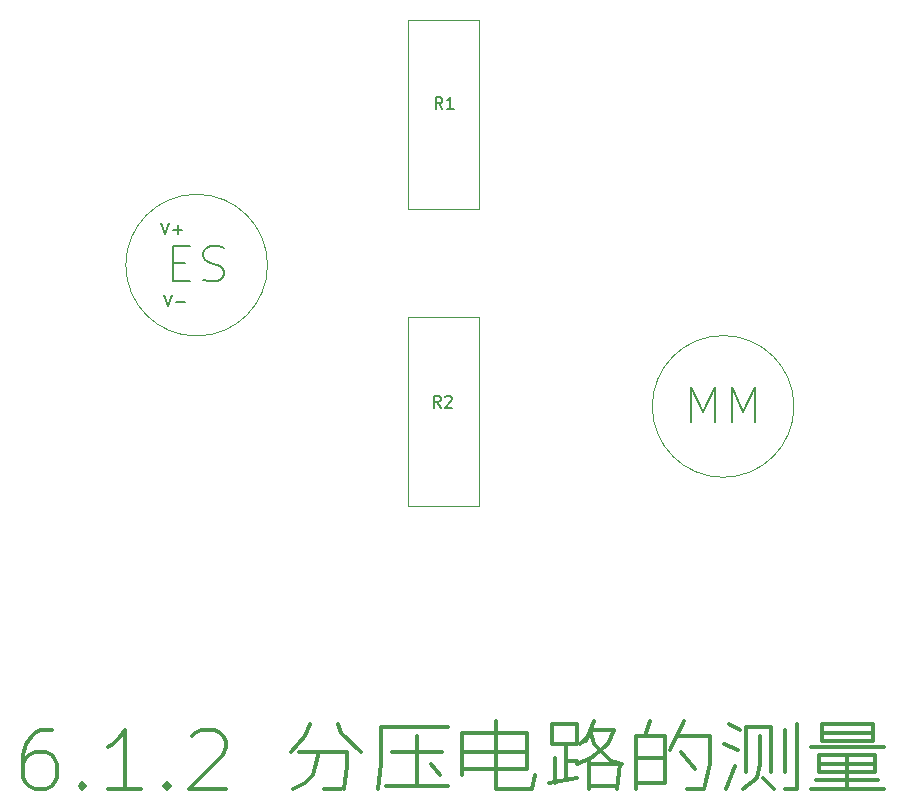
<source format=gbr>
%TF.GenerationSoftware,KiCad,Pcbnew,(6.0.7)*%
%TF.CreationDate,2022-09-05T15:32:18+08:00*%
%TF.ProjectId,6_1_2,365f315f-322e-46b6-9963-61645f706362,rev?*%
%TF.SameCoordinates,Original*%
%TF.FileFunction,Legend,Top*%
%TF.FilePolarity,Positive*%
%FSLAX46Y46*%
G04 Gerber Fmt 4.6, Leading zero omitted, Abs format (unit mm)*
G04 Created by KiCad (PCBNEW (6.0.7)) date 2022-09-05 15:32:18*
%MOMM*%
%LPD*%
G01*
G04 APERTURE LIST*
%ADD10C,0.300000*%
%ADD11C,0.150000*%
%ADD12C,0.120000*%
G04 APERTURE END LIST*
D10*
X37343828Y-97744304D02*
X36391447Y-97744304D01*
X35915257Y-97982400D01*
X35677161Y-98220495D01*
X35200971Y-98934780D01*
X34962876Y-99887161D01*
X34962876Y-101791923D01*
X35200971Y-102268114D01*
X35439066Y-102506209D01*
X35915257Y-102744304D01*
X36867638Y-102744304D01*
X37343828Y-102506209D01*
X37581923Y-102268114D01*
X37820019Y-101791923D01*
X37820019Y-100601447D01*
X37581923Y-100125257D01*
X37343828Y-99887161D01*
X36867638Y-99649066D01*
X35915257Y-99649066D01*
X35439066Y-99887161D01*
X35200971Y-100125257D01*
X34962876Y-100601447D01*
X39962876Y-102268114D02*
X40200971Y-102506209D01*
X39962876Y-102744304D01*
X39724780Y-102506209D01*
X39962876Y-102268114D01*
X39962876Y-102744304D01*
X44962876Y-102744304D02*
X42105733Y-102744304D01*
X43534304Y-102744304D02*
X43534304Y-97744304D01*
X43058114Y-98458590D01*
X42581923Y-98934780D01*
X42105733Y-99172876D01*
X47105733Y-102268114D02*
X47343828Y-102506209D01*
X47105733Y-102744304D01*
X46867638Y-102506209D01*
X47105733Y-102268114D01*
X47105733Y-102744304D01*
X49248590Y-98220495D02*
X49486685Y-97982400D01*
X49962876Y-97744304D01*
X51153352Y-97744304D01*
X51629542Y-97982400D01*
X51867638Y-98220495D01*
X52105733Y-98696685D01*
X52105733Y-99172876D01*
X51867638Y-99887161D01*
X49010495Y-102744304D01*
X52105733Y-102744304D01*
X60439066Y-102744304D02*
X61867638Y-102744304D01*
X58296209Y-99649066D02*
X62343828Y-99649066D01*
X62343828Y-100839542D01*
X62105733Y-102744304D01*
X59248590Y-97268114D02*
X58772400Y-98220495D01*
X57581923Y-99649066D01*
X61629542Y-97268114D02*
X61867638Y-97982400D01*
X63534304Y-99649066D01*
X59962876Y-99649066D02*
X59486685Y-101553828D01*
X58772400Y-102268114D01*
X57820019Y-102744304D01*
X65200971Y-97506209D02*
X70915257Y-97506209D01*
X66153352Y-99649066D02*
X70439066Y-99649066D01*
X65677161Y-102506209D02*
X70915257Y-102506209D01*
X68296209Y-98220495D02*
X68296209Y-102506209D01*
X69486685Y-100601447D02*
X70200971Y-101553828D01*
X65200971Y-97506209D02*
X65200971Y-100601447D01*
X64962876Y-102744304D01*
X72105733Y-99649066D02*
X77581923Y-99649066D01*
X72105733Y-101077638D02*
X77581923Y-101077638D01*
X74962876Y-102744304D02*
X78058114Y-102744304D01*
X72105733Y-97982400D02*
X72105733Y-101553828D01*
X74962876Y-97030019D02*
X74962876Y-102744304D01*
X72105733Y-97982400D02*
X77581923Y-97982400D01*
X77581923Y-101077638D01*
X78296209Y-101553828D02*
X78058114Y-102744304D01*
X79724780Y-98934780D02*
X81867638Y-98934780D01*
X80915257Y-100363352D02*
X81867638Y-100363352D01*
X82820019Y-102506209D02*
X85200971Y-102506209D01*
X79724780Y-97268114D02*
X79724780Y-98934780D01*
X79962876Y-100125257D02*
X79962876Y-102268114D01*
X80915257Y-98934780D02*
X80915257Y-102030019D01*
X79724780Y-97268114D02*
X81867638Y-97268114D01*
X81867638Y-98934780D01*
X82820019Y-100363352D02*
X82820019Y-102744304D01*
X82820019Y-100601447D02*
X85439066Y-100601447D01*
X85200971Y-102744304D01*
X82820019Y-98220495D02*
X82105733Y-98934780D01*
X83058114Y-97982400D02*
X83296209Y-98934780D01*
X84724780Y-100363352D01*
X85677161Y-100601447D01*
X83296209Y-97030019D02*
X82581923Y-98696685D01*
X83058114Y-97744304D02*
X84962876Y-97744304D01*
X84486685Y-98934780D01*
X83058114Y-100125257D01*
X81867638Y-100601447D01*
X81867638Y-101791923D02*
X79486685Y-102268114D01*
X86867638Y-100125257D02*
X89248590Y-100125257D01*
X86867638Y-102268114D02*
X89248590Y-102268114D01*
X91153352Y-102744304D02*
X92581923Y-102744304D01*
X86867638Y-98220495D02*
X86867638Y-102744304D01*
X86867638Y-98220495D02*
X89248590Y-98220495D01*
X89248590Y-102268114D01*
X90677161Y-99649066D02*
X91867638Y-101077638D01*
X88058114Y-97030019D02*
X87581923Y-98220495D01*
X90915257Y-97030019D02*
X89724780Y-99410971D01*
X90439066Y-98220495D02*
X93058114Y-98220495D01*
X93058114Y-100601447D01*
X92581923Y-102744304D01*
X99486685Y-102744304D02*
X100439066Y-102744304D01*
X96153352Y-97506209D02*
X96153352Y-101315733D01*
X96153352Y-97506209D02*
X98296209Y-97506209D01*
X98296209Y-101315733D01*
X99486685Y-97744304D02*
X99486685Y-101315733D01*
X100439066Y-97268114D02*
X100439066Y-102744304D01*
X97581923Y-101791923D02*
X98534304Y-102744304D01*
X97105733Y-101791923D02*
X95915257Y-102744304D01*
X94724780Y-97268114D02*
X95677161Y-97744304D01*
X94248590Y-98934780D02*
X95439066Y-99410971D01*
X95200971Y-100839542D02*
X94486685Y-102744304D01*
X97343828Y-98220495D02*
X97343828Y-100601447D01*
X97105733Y-101791923D01*
X102581923Y-97982400D02*
X106867638Y-97982400D01*
X102581923Y-98696685D02*
X106867638Y-98696685D01*
X101629542Y-99172876D02*
X107820019Y-99172876D01*
X102343828Y-100601447D02*
X107105733Y-100601447D01*
X102343828Y-101315733D02*
X107105733Y-101315733D01*
X102105733Y-102030019D02*
X107343828Y-102030019D01*
X101629542Y-102744304D02*
X107820019Y-102744304D01*
X102343828Y-99887161D02*
X102343828Y-101315733D01*
X102581923Y-97268114D02*
X102581923Y-98696685D01*
X104724780Y-99887161D02*
X104724780Y-102744304D01*
X102581923Y-97268114D02*
X106867638Y-97268114D01*
X106867638Y-98696685D01*
X102343828Y-99887161D02*
X107105733Y-99887161D01*
X107105733Y-101315733D01*
D11*
%TO.C,MM*%
X91494314Y-71715142D02*
X91494314Y-68715142D01*
X92494314Y-70858000D01*
X93494314Y-68715142D01*
X93494314Y-71715142D01*
X94922885Y-71715142D02*
X94922885Y-68715142D01*
X95922885Y-70858000D01*
X96922885Y-68715142D01*
X96922885Y-71715142D01*
%TO.C,R2*%
X70292933Y-70454780D02*
X69959600Y-69978590D01*
X69721504Y-70454780D02*
X69721504Y-69454780D01*
X70102457Y-69454780D01*
X70197695Y-69502400D01*
X70245314Y-69550019D01*
X70292933Y-69645257D01*
X70292933Y-69788114D01*
X70245314Y-69883352D01*
X70197695Y-69930971D01*
X70102457Y-69978590D01*
X69721504Y-69978590D01*
X70673885Y-69550019D02*
X70721504Y-69502400D01*
X70816742Y-69454780D01*
X71054838Y-69454780D01*
X71150076Y-69502400D01*
X71197695Y-69550019D01*
X71245314Y-69645257D01*
X71245314Y-69740495D01*
X71197695Y-69883352D01*
X70626266Y-70454780D01*
X71245314Y-70454780D01*
%TO.C,ES*%
X47636371Y-58205714D02*
X48636371Y-58205714D01*
X49064942Y-59777142D02*
X47636371Y-59777142D01*
X47636371Y-56777142D01*
X49064942Y-56777142D01*
X50207800Y-59634285D02*
X50636371Y-59777142D01*
X51350657Y-59777142D01*
X51636371Y-59634285D01*
X51779228Y-59491428D01*
X51922085Y-59205714D01*
X51922085Y-58920000D01*
X51779228Y-58634285D01*
X51636371Y-58491428D01*
X51350657Y-58348571D01*
X50779228Y-58205714D01*
X50493514Y-58062857D01*
X50350657Y-57920000D01*
X50207800Y-57634285D01*
X50207800Y-57348571D01*
X50350657Y-57062857D01*
X50493514Y-56920000D01*
X50779228Y-56777142D01*
X51493514Y-56777142D01*
X51922085Y-56920000D01*
X46901219Y-60894980D02*
X47234552Y-61894980D01*
X47567885Y-60894980D01*
X47901219Y-61514028D02*
X48663123Y-61514028D01*
X46647219Y-54798980D02*
X46980552Y-55798980D01*
X47313885Y-54798980D01*
X47647219Y-55418028D02*
X48409123Y-55418028D01*
X48028171Y-55798980D02*
X48028171Y-55037076D01*
%TO.C,R1*%
X70445333Y-45156380D02*
X70112000Y-44680190D01*
X69873904Y-45156380D02*
X69873904Y-44156380D01*
X70254857Y-44156380D01*
X70350095Y-44204000D01*
X70397714Y-44251619D01*
X70445333Y-44346857D01*
X70445333Y-44489714D01*
X70397714Y-44584952D01*
X70350095Y-44632571D01*
X70254857Y-44680190D01*
X69873904Y-44680190D01*
X71397714Y-45156380D02*
X70826285Y-45156380D01*
X71112000Y-45156380D02*
X71112000Y-44156380D01*
X71016761Y-44299238D01*
X70921523Y-44394476D01*
X70826285Y-44442095D01*
D12*
%TO.C,MM*%
X100208600Y-70358000D02*
G75*
G03*
X100208600Y-70358000I-6000000J0D01*
G01*
%TO.C,R2*%
X73510400Y-62815200D02*
X67510400Y-62815200D01*
X67510400Y-62815200D02*
X67510400Y-78815200D01*
X67510400Y-78815200D02*
X73510400Y-78815200D01*
X73510400Y-78815200D02*
X73510400Y-62815200D01*
%TO.C,ES*%
X55631600Y-58394600D02*
G75*
G03*
X55631600Y-58394600I-6000000J0D01*
G01*
%TO.C,R1*%
X73535800Y-37643800D02*
X67535800Y-37643800D01*
X67535800Y-37643800D02*
X67535800Y-53643800D01*
X67535800Y-53643800D02*
X73535800Y-53643800D01*
X73535800Y-53643800D02*
X73535800Y-37643800D01*
%TD*%
M02*

</source>
